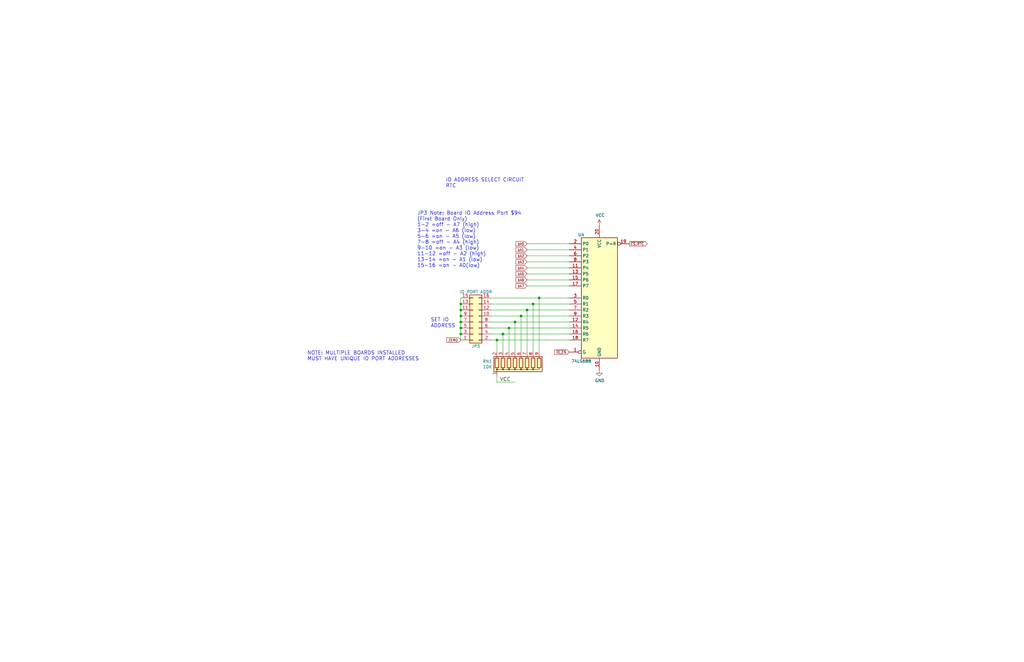
<source format=kicad_sch>
(kicad_sch (version 20211123) (generator eeschema)
  (paper "B")
  (lib_symbols
    (symbol "74xx:74LS688"
      (property "Reference" "U" (at -7.62 26.67 0))
      (property "Value" "74LS688" (at -7.62 -26.67 0))
      (symbol "74LS688_1_0"
        (pin input inverted (at -12.7 -22.86 0) (length 5.08) (name "G") (number "1"))
        (pin power_in line (at 0 -30.48 90) (length 5.08) (name "GND") (number "10"))
        (pin input line (at -12.7 12.7 0) (length 5.08) (name "P4") (number "11"))
        (pin input line (at -12.7 -10.16 0) (length 5.08) (name "R4") (number "12"))
        (pin input line (at -12.7 10.16 0) (length 5.08) (name "P5") (number "13"))
        (pin input line (at -12.7 -12.7 0) (length 5.08) (name "R5") (number "14"))
        (pin input line (at -12.7 7.62 0) (length 5.08) (name "P6") (number "15"))
        (pin input line (at -12.7 -15.24 0) (length 5.08) (name "R6") (number "16"))
        (pin input line (at -12.7 5.08 0) (length 5.08) (name "P7") (number "17"))
        (pin input line (at -12.7 -17.78 0) (length 5.08) (name "R7") (number "18"))
        (pin output inverted (at 12.7 22.86 180) (length 5.08) (name "P=R") (number "19"))
        (pin input line (at -12.7 22.86 0) (length 5.08) (name "P0") (number "2"))
        (pin power_in line (at 0 30.48 270) (length 5.08) (name "VCC") (number "20"))
        (pin input line (at -12.7 0 0) (length 5.08) (name "R0") (number "3"))
        (pin input line (at -12.7 20.32 0) (length 5.08) (name "P1") (number "4"))
        (pin input line (at -12.7 -2.54 0) (length 5.08) (name "R1") (number "5"))
        (pin input line (at -12.7 17.78 0) (length 5.08) (name "P2") (number "6"))
        (pin input line (at -12.7 -5.08 0) (length 5.08) (name "R2") (number "7"))
        (pin input line (at -12.7 15.24 0) (length 5.08) (name "P3") (number "8"))
        (pin input line (at -12.7 -7.62 0) (length 5.08) (name "R3") (number "9"))
      )
      (symbol "74LS688_1_1"
        (rectangle (start -7.62 25.4) (end 7.62 -25.4) (stroke (width 0.254)) (fill (type background)))
      )
    )
    (symbol "Connector_Generic:Conn_02x08_Odd_Even" (pin_names (offset 1.016) hide)
      (property "Reference" "J" (at 1.27 10.16 0))
      (property "Value" "Conn_02x08_Odd_Even" (at 1.27 -12.7 0))
      (symbol "Conn_02x08_Odd_Even_1_1"
        (rectangle (start -1.27 -10.033) (end 0 -10.287) (stroke (width 0.1524)))
        (rectangle (start -1.27 -7.493) (end 0 -7.747) (stroke (width 0.1524)))
        (rectangle (start -1.27 -4.953) (end 0 -5.207) (stroke (width 0.1524)))
        (rectangle (start -1.27 -2.413) (end 0 -2.667) (stroke (width 0.1524)))
        (rectangle (start -1.27 0.127) (end 0 -0.127) (stroke (width 0.1524)))
        (rectangle (start -1.27 2.667) (end 0 2.413) (stroke (width 0.1524)))
        (rectangle (start -1.27 5.207) (end 0 4.953) (stroke (width 0.1524)))
        (rectangle (start -1.27 7.747) (end 0 7.493) (stroke (width 0.1524)))
        (rectangle (start -1.27 8.89) (end 3.81 -11.43) (stroke (width 0.254)) (fill (type background)))
        (rectangle (start 3.81 -10.033) (end 2.54 -10.287) (stroke (width 0.1524)))
        (rectangle (start 3.81 -7.493) (end 2.54 -7.747) (stroke (width 0.1524)))
        (rectangle (start 3.81 -4.953) (end 2.54 -5.207) (stroke (width 0.1524)))
        (rectangle (start 3.81 -2.413) (end 2.54 -2.667) (stroke (width 0.1524)))
        (rectangle (start 3.81 0.127) (end 2.54 -0.127) (stroke (width 0.1524)))
        (rectangle (start 3.81 2.667) (end 2.54 2.413) (stroke (width 0.1524)))
        (rectangle (start 3.81 5.207) (end 2.54 4.953) (stroke (width 0.1524)))
        (rectangle (start 3.81 7.747) (end 2.54 7.493) (stroke (width 0.1524)))
        (pin passive line (at -5.08 7.62 0) (length 3.81) (name "Pin_1") (number "1"))
        (pin passive line (at 7.62 -2.54 180) (length 3.81) (name "Pin_10") (number "10"))
        (pin passive line (at -5.08 -5.08 0) (length 3.81) (name "Pin_11") (number "11"))
        (pin passive line (at 7.62 -5.08 180) (length 3.81) (name "Pin_12") (number "12"))
        (pin passive line (at -5.08 -7.62 0) (length 3.81) (name "Pin_13") (number "13"))
        (pin passive line (at 7.62 -7.62 180) (length 3.81) (name "Pin_14") (number "14"))
        (pin passive line (at -5.08 -10.16 0) (length 3.81) (name "Pin_15") (number "15"))
        (pin passive line (at 7.62 -10.16 180) (length 3.81) (name "Pin_16") (number "16"))
        (pin passive line (at 7.62 7.62 180) (length 3.81) (name "Pin_2") (number "2"))
        (pin passive line (at -5.08 5.08 0) (length 3.81) (name "Pin_3") (number "3"))
        (pin passive line (at 7.62 5.08 180) (length 3.81) (name "Pin_4") (number "4"))
        (pin passive line (at -5.08 2.54 0) (length 3.81) (name "Pin_5") (number "5"))
        (pin passive line (at 7.62 2.54 180) (length 3.81) (name "Pin_6") (number "6"))
        (pin passive line (at -5.08 0 0) (length 3.81) (name "Pin_7") (number "7"))
        (pin passive line (at 7.62 0 180) (length 3.81) (name "Pin_8") (number "8"))
        (pin passive line (at -5.08 -2.54 0) (length 3.81) (name "Pin_9") (number "9"))
      )
    )
    (symbol "Device:R_Network08" (pin_names (offset 0) hide)
      (property "Reference" "RN" (at -12.7 0 90))
      (property "Value" "R_Network08" (at 10.16 0 90))
      (symbol "R_Network08_0_1"
        (rectangle (start -11.43 -3.175) (end 8.89 3.175) (stroke (width 0.254)) (fill (type background)))
        (rectangle (start -10.922 1.524) (end -9.398 -2.54) (stroke (width 0.254)))
        (circle (center -10.16 2.286) (radius 0.254) (fill (type outline)))
        (rectangle (start -8.382 1.524) (end -6.858 -2.54) (stroke (width 0.254)))
        (circle (center -7.62 2.286) (radius 0.254) (fill (type outline)))
        (rectangle (start -5.842 1.524) (end -4.318 -2.54) (stroke (width 0.254)))
        (circle (center -5.08 2.286) (radius 0.254) (fill (type outline)))
        (rectangle (start -3.302 1.524) (end -1.778 -2.54) (stroke (width 0.254)))
        (circle (center -2.54 2.286) (radius 0.254) (fill (type outline)))
        (rectangle (start -0.762 1.524) (end 0.762 -2.54) (stroke (width 0.254)))
        (polyline (pts (xy -10.16 -2.54) (xy -10.16 -3.81)))
        (polyline (pts (xy -7.62 -2.54) (xy -7.62 -3.81)))
        (polyline (pts (xy -5.08 -2.54) (xy -5.08 -3.81)))
        (polyline (pts (xy -2.54 -2.54) (xy -2.54 -3.81)))
        (polyline (pts (xy 0 -2.54) (xy 0 -3.81)))
        (polyline (pts (xy 2.54 -2.54) (xy 2.54 -3.81)))
        (polyline (pts (xy 5.08 -2.54) (xy 5.08 -3.81)))
        (polyline (pts (xy 7.62 -2.54) (xy 7.62 -3.81)))
        (polyline (pts (xy -10.16 1.524) (xy -10.16 2.286) (xy -7.62 2.286) (xy -7.62 1.524)))
        (polyline (pts (xy -7.62 1.524) (xy -7.62 2.286) (xy -5.08 2.286) (xy -5.08 1.524)))
        (polyline (pts (xy -5.08 1.524) (xy -5.08 2.286) (xy -2.54 2.286) (xy -2.54 1.524)))
        (polyline (pts (xy -2.54 1.524) (xy -2.54 2.286) (xy 0 2.286) (xy 0 1.524)))
        (polyline (pts (xy 0 1.524) (xy 0 2.286) (xy 2.54 2.286) (xy 2.54 1.524)))
        (polyline (pts (xy 2.54 1.524) (xy 2.54 2.286) (xy 5.08 2.286) (xy 5.08 1.524)))
        (polyline (pts (xy 5.08 1.524) (xy 5.08 2.286) (xy 7.62 2.286) (xy 7.62 1.524)))
        (circle (center 0 2.286) (radius 0.254) (fill (type outline)))
        (rectangle (start 1.778 1.524) (end 3.302 -2.54) (stroke (width 0.254)))
        (circle (center 2.54 2.286) (radius 0.254) (fill (type outline)))
        (rectangle (start 4.318 1.524) (end 5.842 -2.54) (stroke (width 0.254)))
        (circle (center 5.08 2.286) (radius 0.254) (fill (type outline)))
        (rectangle (start 6.858 1.524) (end 8.382 -2.54) (stroke (width 0.254)))
      )
      (symbol "R_Network08_1_1"
        (pin passive line (at -10.16 5.08 270) (length 2.54) (name "common") (number "1"))
        (pin passive line (at -10.16 -5.08 90) (length 1.27) (name "R1") (number "2"))
        (pin passive line (at -7.62 -5.08 90) (length 1.27) (name "R2") (number "3"))
        (pin passive line (at -5.08 -5.08 90) (length 1.27) (name "R3") (number "4"))
        (pin passive line (at -2.54 -5.08 90) (length 1.27) (name "R4") (number "5"))
        (pin passive line (at 0 -5.08 90) (length 1.27) (name "R5") (number "6"))
        (pin passive line (at 2.54 -5.08 90) (length 1.27) (name "R6") (number "7"))
        (pin passive line (at 5.08 -5.08 90) (length 1.27) (name "R7") (number "8"))
        (pin passive line (at 7.62 -5.08 90) (length 1.27) (name "R8") (number "9"))
      )
    )
    (symbol "power:GND" (power) (pin_names (offset 0))
      (property "Value" "GND" (at 0 -3.81 0))
      (symbol "GND_0_1"
        (polyline (pts (xy 0 0) (xy 0 -1.27) (xy 1.27 -1.27) (xy 0 -2.54) (xy -1.27 -1.27) (xy 0 -1.27)))
      )
      (symbol "GND_1_1"
        (pin power_in line (at 0 0 270) (length 0) hide (name "GND") (number "1"))
      )
    )
    (symbol "power:VCC" (power) (pin_names (offset 0))
      (property "Value" "VCC" (at 0 3.81 0))
      (symbol "VCC_0_1"
        (polyline (pts (xy -0.762 1.27) (xy 0 2.54)))
        (polyline (pts (xy 0 0) (xy 0 2.54)))
        (polyline (pts (xy 0 2.54) (xy 0.762 1.27)))
      )
      (symbol "VCC_1_1"
        (pin power_in line (at 0 0 90) (length 0) hide (name "VCC") (number "1"))
      )
    )
  )
  (junction (at 194.31 135.89))
  (junction (at 217.17 135.89))
  (junction (at 194.31 133.35))
  (junction (at 222.25 130.81))
  (junction (at 214.63 138.43))
  (junction (at 219.71 133.35))
  (junction (at 224.79 128.27))
  (junction (at 227.33 125.73))
  (junction (at 212.09 140.97))
  (junction (at 209.55 143.51))
  (junction (at 194.31 140.97))
  (junction (at 194.31 128.27))
  (junction (at 194.31 130.81))
  (junction (at 194.31 138.43))
  (wire (pts (xy 194.31 128.27) (xy 194.31 130.81)))
  (wire (pts (xy 222.25 148.59) (xy 222.25 130.81)))
  (wire (pts (xy 227.33 125.73) (xy 240.03 125.73)))
  (wire (pts (xy 212.09 148.59) (xy 212.09 140.97)))
  (wire (pts (xy 207.01 140.97) (xy 212.09 140.97)))
  (wire (pts (xy 227.33 125.73) (xy 207.01 125.73)))
  (wire (pts (xy 209.55 161.29) (xy 209.55 158.75)))
  (wire (pts (xy 222.25 102.87) (xy 240.03 102.87)))
  (wire (pts (xy 219.71 133.35) (xy 240.03 133.35)))
  (wire (pts (xy 207.01 138.43) (xy 214.63 138.43)))
  (wire (pts (xy 214.63 138.43) (xy 240.03 138.43)))
  (wire (pts (xy 209.55 148.59) (xy 209.55 143.51)))
  (wire (pts (xy 222.25 113.03) (xy 240.03 113.03)))
  (wire (pts (xy 224.79 128.27) (xy 224.79 148.59)))
  (wire (pts (xy 209.55 143.51) (xy 240.03 143.51)))
  (wire (pts (xy 212.09 140.97) (xy 240.03 140.97)))
  (wire (pts (xy 219.71 148.59) (xy 219.71 133.35)))
  (wire (pts (xy 207.01 143.51) (xy 209.55 143.51)))
  (wire (pts (xy 194.31 130.81) (xy 194.31 133.35)))
  (wire (pts (xy 222.25 130.81) (xy 240.03 130.81)))
  (wire (pts (xy 222.25 110.49) (xy 240.03 110.49)))
  (wire (pts (xy 222.25 120.65) (xy 240.03 120.65)))
  (wire (pts (xy 194.31 140.97) (xy 194.31 143.51)))
  (wire (pts (xy 194.31 133.35) (xy 194.31 135.89)))
  (wire (pts (xy 217.17 148.59) (xy 217.17 135.89)))
  (wire (pts (xy 222.25 107.95) (xy 240.03 107.95)))
  (wire (pts (xy 194.31 125.73) (xy 194.31 128.27)))
  (wire (pts (xy 214.63 148.59) (xy 214.63 138.43)))
  (wire (pts (xy 224.79 128.27) (xy 240.03 128.27)))
  (wire (pts (xy 217.17 135.89) (xy 240.03 135.89)))
  (wire (pts (xy 222.25 105.41) (xy 240.03 105.41)))
  (wire (pts (xy 194.31 138.43) (xy 194.31 140.97)))
  (wire (pts (xy 209.55 161.29) (xy 217.17 161.29)))
  (wire (pts (xy 222.25 118.11) (xy 240.03 118.11)))
  (wire (pts (xy 194.31 135.89) (xy 194.31 138.43)))
  (wire (pts (xy 207.01 133.35) (xy 219.71 133.35)))
  (wire (pts (xy 227.33 125.73) (xy 227.33 148.59)))
  (wire (pts (xy 207.01 135.89) (xy 217.17 135.89)))
  (wire (pts (xy 207.01 128.27) (xy 224.79 128.27)))
  (wire (pts (xy 222.25 115.57) (xy 240.03 115.57)))
  (wire (pts (xy 207.01 130.81) (xy 222.25 130.81)))
  (text "JP3 Note: Board IO Address Port $94\n(First Board Only)\n1-2 =off - A7 (high)\n3-4 =on - A6 (low)\n5-6 =on - A5 (low)\n7-8 =off - A4 (high)\n9-10 =on - A3 (low)\n11-12 =off - A2 (high)\n13-14 =on - A1 (low)\n15-16 =on - A0(low)" (at 175.895 113.03 0) (effects (font (size 1.524 1.524)) (justify left bottom)))
  (text "NOTE: MULTIPLE BOARDS INSTALLED\nMUST HAVE UNIQUE IO PORT ADDRESSES" (at 129.54 152.4 0) (effects (font (size 1.524 1.524)) (justify left bottom)))
  (text "IO ADDRESS SELECT CIRCUIT\nRTC" (at 187.96 79.375 0) (effects (font (size 1.524 1.524)) (justify left bottom)))
  (text "SET IO \nADDRESS" (at 181.61 138.43 0) (effects (font (size 1.524 1.524)) (justify left bottom)))
  (label "VCC" (at 210.82 161.29 0) (effects (font (size 1.524 1.524))))
  (global_label "bA6" (shape input) (at 222.25 118.11 180) (effects (font (size 1.016 1.016))) (property "Intersheet References" "${INTERSHEET_REFS}" (effects hide)))
  (global_label "bA4" (shape input) (at 222.25 113.03 180) (effects (font (size 1.016 1.016))) (property "Intersheet References" "${INTERSHEET_REFS}" (effects hide)))
  (global_label "bA1" (shape input) (at 222.25 105.41 180) (effects (font (size 1.016 1.016))) (property "Intersheet References" "${INTERSHEET_REFS}" (effects hide)))
  (global_label "bA2" (shape input) (at 222.25 107.95 180) (effects (font (size 1.016 1.016))) (property "Intersheet References" "${INTERSHEET_REFS}" (effects hide)))
  (global_label "bA7" (shape input) (at 222.25 120.65 180) (effects (font (size 1.016 1.016))) (property "Intersheet References" "${INTERSHEET_REFS}" (effects hide)))
  (global_label "bA0" (shape input) (at 222.25 102.87 180) (effects (font (size 1.016 1.016))) (property "Intersheet References" "${INTERSHEET_REFS}" (effects hide)))
  (global_label "~{IO_EN}" (shape input) (at 240.03 148.59 180) (effects (font (size 1.016 1.016))) (property "Intersheet References" "${INTERSHEET_REFS}" (effects hide)))
  (global_label "bA3" (shape input) (at 222.25 110.49 180) (effects (font (size 1.016 1.016))) (property "Intersheet References" "${INTERSHEET_REFS}" (effects hide)))
  (global_label "ZERO" (shape input) (at 194.31 143.51 180) (effects (font (size 1.016 1.016))) (property "Intersheet References" "${INTERSHEET_REFS}" (effects hide)))
  (global_label "bA5" (shape input) (at 222.25 115.57 180) (effects (font (size 1.016 1.016))) (property "Intersheet References" "${INTERSHEET_REFS}" (effects hide)))
  (global_label "~{CS_RTC}" (shape output) (at 265.43 102.87 0) (effects (font (size 1.016 1.016))) (property "Intersheet References" "${INTERSHEET_REFS}" (effects hide)))
  (symbol (lib_id "Connector_Generic:Conn_02x08_Odd_Even") (at 199.39 135.89 0) (mirror x) (unit 1)
    (property "Reference" "JP3" (at 200.66 146.05 0))
    (property "Value" "IO PORT ADDR" (at 200.66 123.19 0))
    (property "Footprint" "Connector_PinHeader_2.54mm:PinHeader_2x08_P2.54mm_Vertical" (effects hide))
  )
  (symbol (lib_id "74xx:74LS688") (at 252.73 125.73 0) (unit 1)
    (property "Reference" "U4" (at 245.11 99.06 0))
    (property "Value" "74LS688" (at 245.11 152.4 0))
    (property "Footprint" "Package_DIP:DIP-20_W7.62mm" (effects hide))
    (property "Datasheet" "http://www.ti.com/lit/gpn/sn74LS688" (effects hide))
  )
  (symbol (lib_id "power:VCC") (at 252.73 95.25 0) (unit 1)
    (property "Reference" "#PWR01" (effects hide))
    (property "Value" "VCC" (at 253.111 90.8558 0))
  )
  (symbol (lib_id "Device:R_Network08") (at 219.71 153.67 0) (mirror x) (unit 1)
    (property "Reference" "RN1" (at 207.518 152.5016 0) (effects (justify right)))
    (property "Value" "10K" (at 207.518 154.813 0) (effects (justify right)))
    (property "Footprint" "Resistor_THT:R_Array_SIP9" (effects hide))
    (property "Datasheet" "http://www.vishay.com/docs/31509/csc.pdf" (effects hide))
  )
  (symbol (lib_id "power:GND") (at 252.73 156.21 0) (unit 1)
    (property "Reference" "#PWR012" (effects hide))
    (property "Value" "GND" (at 252.857 160.6042 0))
  )
)
</source>
